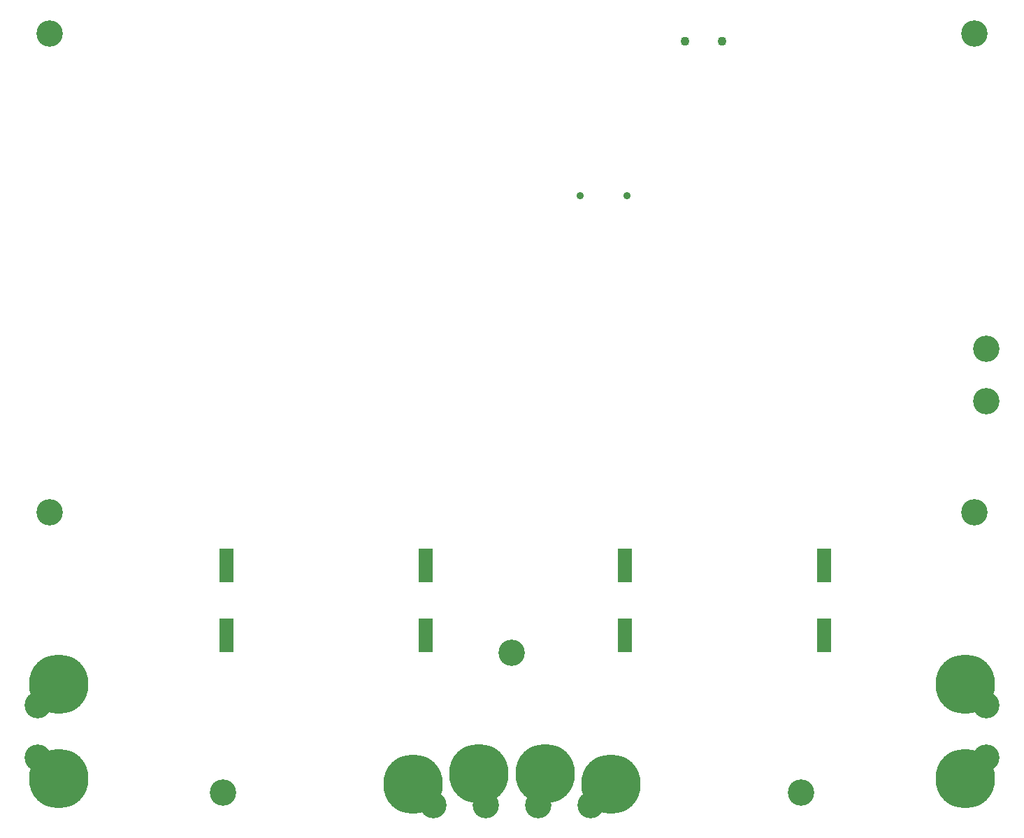
<source format=gbr>
G04 EAGLE Gerber RS-274X export*
G75*
%MOMM*%
%FSLAX34Y34*%
%LPD*%
%INSoldermask Bottom*%
%IPPOS*%
%AMOC8*
5,1,8,0,0,1.08239X$1,22.5*%
G01*
%ADD10C,3.203200*%
%ADD11R,1.803200X4.103200*%
%ADD12C,1.103200*%
%ADD13C,0.903200*%
%ADD14C,7.203200*%
%ADD15C,0.655600*%


D10*
X40000Y380000D03*
X250000Y40000D03*
X950000Y40000D03*
X1160000Y380000D03*
X40000Y960000D03*
X1160000Y960000D03*
X600000Y210000D03*
D11*
X977900Y315550D03*
X977900Y230550D03*
X736600Y315550D03*
X736600Y230550D03*
X495300Y315550D03*
X495300Y230550D03*
X254000Y315550D03*
X254000Y230550D03*
D12*
X854350Y950000D03*
X809350Y950000D03*
D13*
X739700Y763000D03*
X682700Y763000D03*
D10*
X504750Y25400D03*
X568250Y25400D03*
X631750Y25400D03*
X695250Y25400D03*
D14*
X480000Y50800D03*
D15*
X480000Y77050D03*
X466875Y73533D03*
X457267Y63925D03*
X453750Y50800D03*
X457267Y37675D03*
X466875Y28067D03*
X480000Y24550D03*
X493125Y28067D03*
X502733Y37675D03*
X506250Y50800D03*
X502733Y63925D03*
X493125Y73533D03*
D14*
X560000Y63500D03*
D15*
X560000Y89750D03*
X546875Y86233D03*
X537267Y76625D03*
X533750Y63500D03*
X537267Y50375D03*
X546875Y40767D03*
X560000Y37250D03*
X573125Y40767D03*
X582733Y50375D03*
X586250Y63500D03*
X582733Y76625D03*
X573125Y86233D03*
D14*
X640000Y63500D03*
D15*
X640000Y89750D03*
X626875Y86233D03*
X617267Y76625D03*
X613750Y63500D03*
X617267Y50375D03*
X626875Y40767D03*
X640000Y37250D03*
X653125Y40767D03*
X662733Y50375D03*
X666250Y63500D03*
X662733Y76625D03*
X653125Y86233D03*
D14*
X720000Y50800D03*
D15*
X720000Y77050D03*
X706875Y73533D03*
X697267Y63925D03*
X693750Y50800D03*
X697267Y37675D03*
X706875Y28067D03*
X720000Y24550D03*
X733125Y28067D03*
X742733Y37675D03*
X746250Y50800D03*
X742733Y63925D03*
X733125Y73533D03*
D10*
X1174750Y82550D03*
X1174750Y146050D03*
X1174750Y514350D03*
X1174750Y577850D03*
X25400Y146050D03*
X25400Y82550D03*
D14*
X50800Y171450D03*
D15*
X77050Y171450D03*
X73533Y184575D03*
X63925Y194183D03*
X50800Y197700D03*
X37675Y194183D03*
X28067Y184575D03*
X24550Y171450D03*
X28067Y158325D03*
X37675Y148717D03*
X50800Y145200D03*
X63925Y148717D03*
X73533Y158325D03*
D14*
X50800Y57150D03*
D15*
X77050Y57150D03*
X73533Y70275D03*
X63925Y79883D03*
X50800Y83400D03*
X37675Y79883D03*
X28067Y70275D03*
X24550Y57150D03*
X28067Y44025D03*
X37675Y34417D03*
X50800Y30900D03*
X63925Y34417D03*
X73533Y44025D03*
D14*
X1149350Y171450D03*
D15*
X1175600Y171450D03*
X1172083Y184575D03*
X1162475Y194183D03*
X1149350Y197700D03*
X1136225Y194183D03*
X1126617Y184575D03*
X1123100Y171450D03*
X1126617Y158325D03*
X1136225Y148717D03*
X1149350Y145200D03*
X1162475Y148717D03*
X1172083Y158325D03*
D14*
X1149350Y57150D03*
D15*
X1175600Y57150D03*
X1172083Y70275D03*
X1162475Y79883D03*
X1149350Y83400D03*
X1136225Y79883D03*
X1126617Y70275D03*
X1123100Y57150D03*
X1126617Y44025D03*
X1136225Y34417D03*
X1149350Y30900D03*
X1162475Y34417D03*
X1172083Y44025D03*
M02*

</source>
